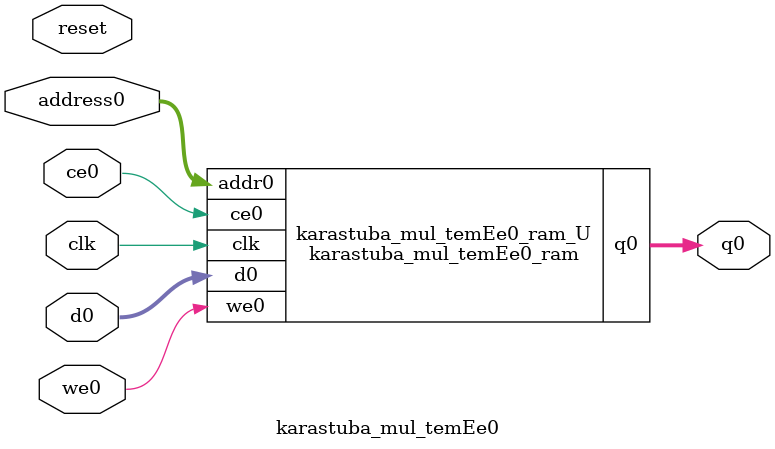
<source format=v>
`timescale 1 ns / 1 ps
module karastuba_mul_temEe0_ram (addr0, ce0, d0, we0, q0,  clk);

parameter DWIDTH = 32;
parameter AWIDTH = 5;
parameter MEM_SIZE = 32;

input[AWIDTH-1:0] addr0;
input ce0;
input[DWIDTH-1:0] d0;
input we0;
output reg[DWIDTH-1:0] q0;
input clk;

(* ram_style = "block" *)reg [DWIDTH-1:0] ram[0:MEM_SIZE-1];




always @(posedge clk)  
begin 
    if (ce0) begin
        if (we0) 
            ram[addr0] <= d0; 
        q0 <= ram[addr0];
    end
end


endmodule

`timescale 1 ns / 1 ps
module karastuba_mul_temEe0(
    reset,
    clk,
    address0,
    ce0,
    we0,
    d0,
    q0);

parameter DataWidth = 32'd32;
parameter AddressRange = 32'd32;
parameter AddressWidth = 32'd5;
input reset;
input clk;
input[AddressWidth - 1:0] address0;
input ce0;
input we0;
input[DataWidth - 1:0] d0;
output[DataWidth - 1:0] q0;



karastuba_mul_temEe0_ram karastuba_mul_temEe0_ram_U(
    .clk( clk ),
    .addr0( address0 ),
    .ce0( ce0 ),
    .we0( we0 ),
    .d0( d0 ),
    .q0( q0 ));

endmodule


</source>
